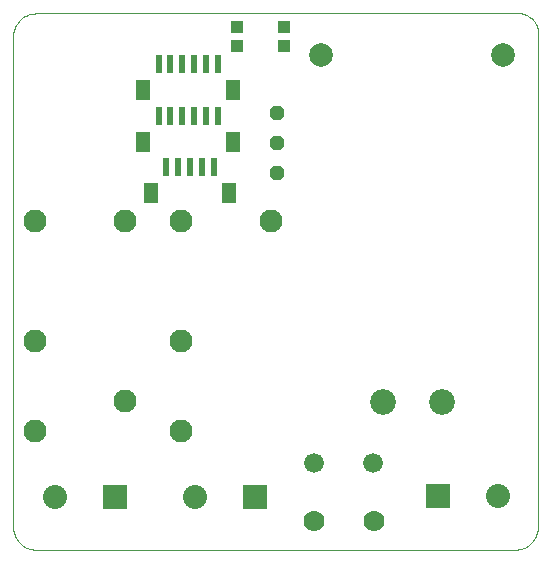
<source format=gts>
G75*
%MOIN*%
%OFA0B0*%
%FSLAX24Y24*%
%IPPOS*%
%LPD*%
%AMOC8*
5,1,8,0,0,1.08239X$1,22.5*
%
%ADD10C,0.0000*%
%ADD11C,0.0787*%
%ADD12C,0.0860*%
%ADD13C,0.0660*%
%ADD14C,0.0700*%
%ADD15C,0.0768*%
%ADD16OC8,0.0480*%
%ADD17R,0.0800X0.0800*%
%ADD18C,0.0800*%
%ADD19R,0.0236X0.0610*%
%ADD20R,0.0472X0.0709*%
%ADD21R,0.0394X0.0394*%
D10*
X003485Y000850D02*
X003485Y017220D01*
X003487Y017274D01*
X003493Y017327D01*
X003502Y017379D01*
X003515Y017431D01*
X003532Y017482D01*
X003553Y017532D01*
X003577Y017579D01*
X003604Y017625D01*
X003635Y017669D01*
X003668Y017711D01*
X003705Y017750D01*
X003744Y017787D01*
X003786Y017820D01*
X003830Y017851D01*
X003876Y017878D01*
X003923Y017902D01*
X003973Y017923D01*
X004024Y017940D01*
X004076Y017953D01*
X004128Y017962D01*
X004181Y017968D01*
X004235Y017970D01*
X020227Y017970D01*
X020276Y017976D01*
X020325Y017978D01*
X020374Y017976D01*
X020423Y017971D01*
X020471Y017962D01*
X020519Y017949D01*
X020566Y017933D01*
X020611Y017914D01*
X020654Y017891D01*
X020696Y017865D01*
X020736Y017836D01*
X020773Y017804D01*
X020808Y017769D01*
X020840Y017732D01*
X020870Y017692D01*
X020896Y017651D01*
X020919Y017607D01*
X020939Y017562D01*
X020955Y017516D01*
X020968Y017468D01*
X020977Y017420D01*
X020977Y000850D01*
X020975Y000796D01*
X020969Y000743D01*
X020960Y000691D01*
X020947Y000639D01*
X020930Y000588D01*
X020909Y000538D01*
X020885Y000491D01*
X020858Y000445D01*
X020827Y000401D01*
X020794Y000359D01*
X020757Y000320D01*
X020718Y000283D01*
X020676Y000250D01*
X020632Y000219D01*
X020586Y000192D01*
X020539Y000168D01*
X020489Y000147D01*
X020438Y000130D01*
X020386Y000117D01*
X020334Y000108D01*
X020281Y000102D01*
X020227Y000100D01*
X004235Y000100D01*
X004181Y000102D01*
X004128Y000108D01*
X004076Y000117D01*
X004024Y000130D01*
X003973Y000147D01*
X003923Y000168D01*
X003876Y000192D01*
X003830Y000219D01*
X003786Y000250D01*
X003744Y000283D01*
X003705Y000320D01*
X003668Y000359D01*
X003635Y000401D01*
X003604Y000445D01*
X003577Y000491D01*
X003553Y000538D01*
X003532Y000588D01*
X003515Y000639D01*
X003502Y000691D01*
X003493Y000743D01*
X003487Y000796D01*
X003485Y000850D01*
D11*
X013753Y016587D03*
X019816Y016587D03*
D12*
X017769Y005013D03*
X015801Y005013D03*
D13*
X015469Y003000D03*
X013501Y003000D03*
D14*
X013505Y001050D03*
X015505Y001050D03*
D15*
X009075Y004050D03*
X007225Y005050D03*
X009075Y007050D03*
X009075Y011050D03*
X007225Y011050D03*
X004225Y011050D03*
X004225Y007050D03*
X004225Y004050D03*
X012075Y011050D03*
D16*
X012285Y012650D03*
X012285Y013650D03*
X012285Y014650D03*
D17*
X011535Y001850D03*
X006885Y001850D03*
X017635Y001900D03*
D18*
X019635Y001900D03*
X009535Y001850D03*
X004885Y001850D03*
D19*
X008597Y012850D03*
X008991Y012850D03*
X009385Y012850D03*
X009779Y012850D03*
X010172Y012850D03*
X010303Y014550D03*
X009910Y014550D03*
X009516Y014550D03*
X009122Y014550D03*
X008729Y014550D03*
X008335Y014550D03*
X008335Y016300D03*
X008729Y016300D03*
X009122Y016300D03*
X009516Y016300D03*
X009910Y016300D03*
X010303Y016300D03*
D20*
X010815Y015424D03*
X010815Y013674D03*
X010684Y011974D03*
X008086Y011974D03*
X007823Y013674D03*
X007823Y015424D03*
D21*
X010947Y016885D03*
X010947Y017515D03*
X012522Y017515D03*
X012522Y016885D03*
M02*

</source>
